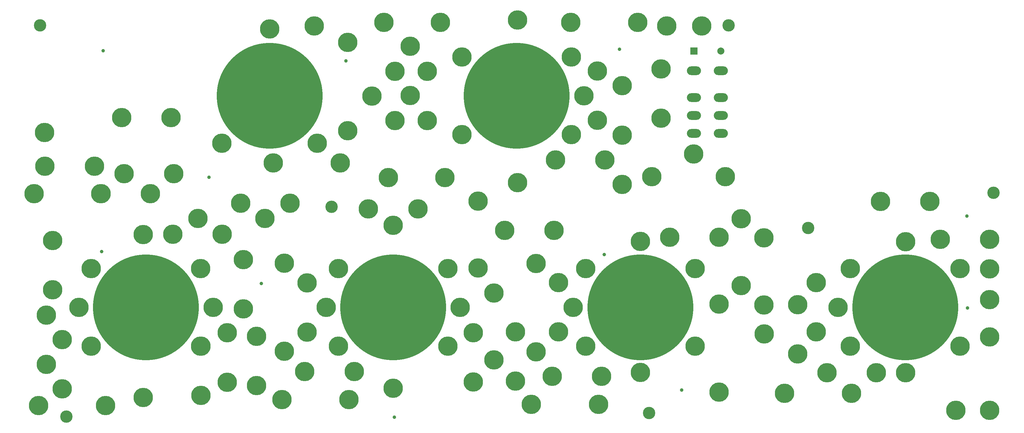
<source format=gbs>
G04 #@! TF.FileFunction,Soldermask,Bot*
%FSLAX46Y46*%
G04 Gerber Fmt 4.6, Leading zero omitted, Abs format (unit mm)*
G04 Created by KiCad (PCBNEW 4.0.7+dfsg1-1) date Sat Dec  2 13:30:58 2017*
%MOMM*%
%LPD*%
G01*
G04 APERTURE LIST*
%ADD10C,0.100000*%
%ADD11C,3.500000*%
%ADD12C,1.000000*%
%ADD13C,5.500000*%
%ADD14C,30.000000*%
%ADD15R,2.000000X2.000000*%
%ADD16C,2.000000*%
%ADD17O,4.000000X2.500000*%
G04 APERTURE END LIST*
D10*
D11*
X292500000Y-162500000D03*
X247500000Y-215000000D03*
X157607000Y-156514800D03*
X82500000Y-216000000D03*
X75000000Y-105000000D03*
X270000000Y-105000000D03*
D12*
X92430600Y-169214800D03*
X337616800Y-185242200D03*
X337464400Y-159156400D03*
X234746800Y-170078400D03*
X122834400Y-148132800D03*
X92913200Y-112191800D03*
X239141000Y-111785400D03*
X161671000Y-115138200D03*
X137693400Y-178282600D03*
X175387000Y-216230200D03*
X256743200Y-208457800D03*
D13*
X194500000Y-114000000D03*
X225500000Y-136000000D03*
D14*
X210000000Y-125000000D03*
D13*
X194500000Y-136000000D03*
X225500000Y-114000000D03*
X229000000Y-125000000D03*
X162128200Y-109877200D03*
X162128200Y-134877200D03*
X229500000Y-174000000D03*
X226000000Y-185000000D03*
X260500000Y-196000000D03*
D14*
X245000000Y-185000000D03*
D13*
X229500000Y-196000000D03*
X260500000Y-174000000D03*
X304500000Y-174000000D03*
X301000000Y-185000000D03*
X335500000Y-196000000D03*
D14*
X320000000Y-185000000D03*
D13*
X304500000Y-196000000D03*
X335500000Y-174000000D03*
X250875800Y-117373400D03*
X250875800Y-131373400D03*
X233147000Y-212534500D03*
X214147000Y-212534500D03*
X304800000Y-209423000D03*
X285800000Y-209423000D03*
X334391000Y-214249000D03*
X199034400Y-154888800D03*
X199034400Y-173888800D03*
X173687200Y-148183600D03*
X189687200Y-148183600D03*
X112090200Y-131165600D03*
X98090200Y-131165600D03*
X245046500Y-166306500D03*
X245046500Y-203506500D03*
X175006000Y-161775200D03*
X175006000Y-207975200D03*
X104203500Y-164380500D03*
X104203500Y-210580500D03*
D15*
X260159500Y-112331500D03*
D16*
X267779500Y-112331500D03*
D17*
X267779500Y-135699500D03*
X267779500Y-130619500D03*
X267779500Y-117919500D03*
X260159500Y-117919500D03*
X260159500Y-130619500D03*
X260159500Y-135699500D03*
X260159500Y-125539500D03*
X267779500Y-125539500D03*
D13*
X252476000Y-105206800D03*
X262407400Y-105156000D03*
X260096000Y-141478000D03*
X152679400Y-105181400D03*
X206599000Y-163169600D03*
X220599000Y-163169600D03*
X131821400Y-155448000D03*
X145821400Y-155448000D03*
X253286500Y-165100000D03*
X267286500Y-165100000D03*
X232816400Y-117968000D03*
X232816400Y-131968000D03*
X239826800Y-122139400D03*
X239826800Y-136139400D03*
X221805500Y-177990500D03*
X221805500Y-191990500D03*
X209677000Y-205960500D03*
X209677000Y-191960500D03*
X220012500Y-204597000D03*
X234012500Y-204597000D03*
X197675500Y-192199500D03*
X197675500Y-206199500D03*
X289560000Y-184277000D03*
X289560000Y-198277000D03*
X168016400Y-157073600D03*
X182016400Y-157073600D03*
X294830500Y-177990500D03*
X294830500Y-191990500D03*
X297863500Y-203581000D03*
X311863500Y-203581000D03*
X150622000Y-178074800D03*
X150622000Y-192074800D03*
X136296400Y-207202800D03*
X136296400Y-193202800D03*
X149972000Y-203200000D03*
X163972000Y-203200000D03*
X179806600Y-110906800D03*
X179806600Y-124906800D03*
X175539400Y-118069600D03*
X175539400Y-132069600D03*
X184632600Y-118018800D03*
X184632600Y-132018800D03*
X120548400Y-196047600D03*
X120548400Y-210047600D03*
X112583200Y-164312600D03*
X126583200Y-164312600D03*
X132562600Y-185496200D03*
X132562600Y-171496200D03*
X76784200Y-187244200D03*
X76784200Y-201244200D03*
X140000000Y-106000000D03*
X126500000Y-138500000D03*
X153500000Y-138500000D03*
D14*
X140000000Y-125000000D03*
D13*
X280098500Y-192595500D03*
X280035000Y-165315500D03*
X280035000Y-184315500D03*
X215455500Y-172612000D03*
X215455500Y-197612000D03*
X203581000Y-180936500D03*
X203581000Y-199936500D03*
X144221200Y-172513600D03*
X144221200Y-197513600D03*
X343916000Y-193449000D03*
X343916000Y-214249000D03*
X269036800Y-147980400D03*
X248236800Y-147980400D03*
X162509600Y-211226400D03*
X143509600Y-211226400D03*
X119709800Y-159816800D03*
X138709800Y-159816800D03*
X160020000Y-144068800D03*
X141020000Y-144068800D03*
X93599000Y-212852000D03*
X74599000Y-212852000D03*
X92325776Y-152748532D03*
X73325776Y-152748532D03*
X320167000Y-166381000D03*
X320167000Y-203581000D03*
X210235800Y-103482200D03*
X210235800Y-149682200D03*
X343916000Y-174117000D03*
X343916000Y-182816500D03*
X76301600Y-135407400D03*
X329931000Y-165735000D03*
X343931000Y-165735000D03*
X220965000Y-143230600D03*
X234965000Y-143230600D03*
X239826800Y-136139400D03*
X239826800Y-150139400D03*
X81254600Y-208168000D03*
X81254600Y-194168000D03*
X127990600Y-192252600D03*
X127990600Y-206252600D03*
X78587600Y-166075600D03*
X78587600Y-180075600D03*
X112827776Y-147109732D03*
X98827776Y-147109732D03*
X90384576Y-144976132D03*
X76384576Y-144976132D03*
X106223776Y-152799332D03*
X92223776Y-152799332D03*
X312976500Y-154940000D03*
X326976500Y-154940000D03*
X172366400Y-104190800D03*
X188366400Y-104190800D03*
X159500000Y-174000000D03*
X156000000Y-185000000D03*
X190500000Y-196000000D03*
D14*
X175000000Y-185000000D03*
D13*
X159500000Y-196000000D03*
X190500000Y-174000000D03*
X194000000Y-185000000D03*
X89500000Y-174000000D03*
X86000000Y-185000000D03*
X120500000Y-196000000D03*
D14*
X105000000Y-185000000D03*
D13*
X89500000Y-196000000D03*
X120500000Y-174000000D03*
X124000000Y-185000000D03*
X267335000Y-184086500D03*
X267335000Y-209086500D03*
X273558000Y-178879500D03*
X273558000Y-159879500D03*
X244271800Y-104165400D03*
X225271800Y-104165400D03*
D11*
X345000000Y-152500000D03*
D13*
X168960800Y-125095000D03*
M02*

</source>
